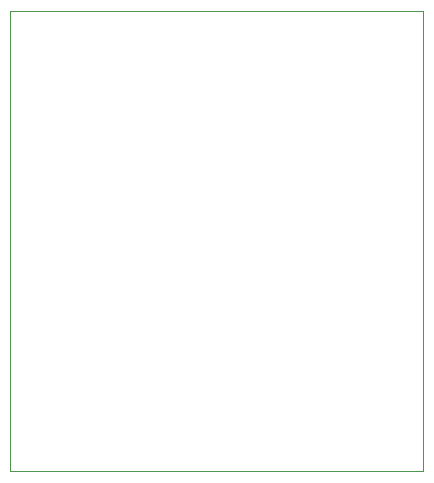
<source format=gbr>
G04 ===== Begin FILE IDENTIFICATION =====*
G04 File Format:  Gerber RS274X*
G04 ===== End FILE IDENTIFICATION =====*
%FSLAX24Y24*%
%MOIN*%
%SFA1.0000B1.0000*%
%OFA0.0B0.0*%
%ADD14C,0.000001*%
%LNbound*%
%IPPOS*%
%LPD*%
G75*
D14*
G01X-394Y13378D02*
G01Y-1969D01*
G01X13378Y13378D02*
G01X-394D01*
G01X13378Y-1969D02*
G01Y13378D01*
G01X-394Y-1969D02*
G01X13378D01*
M02*


</source>
